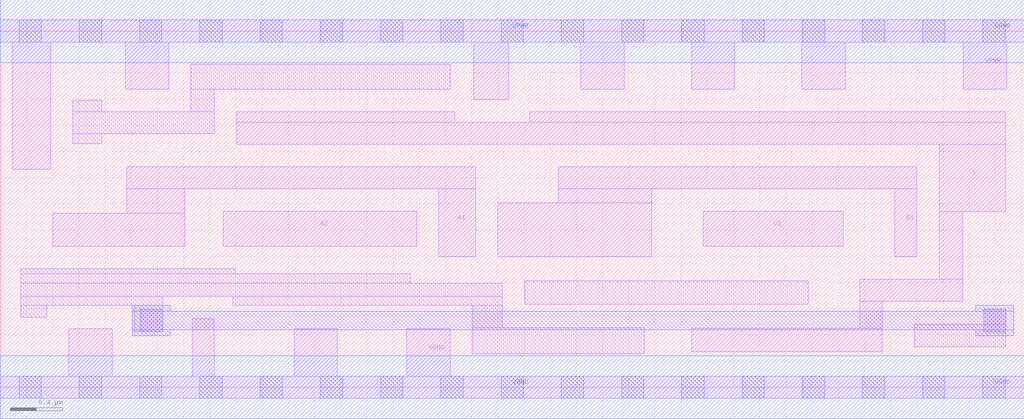
<source format=lef>
# Copyright 2020 The SkyWater PDK Authors
#
# Licensed under the Apache License, Version 2.0 (the "License");
# you may not use this file except in compliance with the License.
# You may obtain a copy of the License at
#
#     https://www.apache.org/licenses/LICENSE-2.0
#
# Unless required by applicable law or agreed to in writing, software
# distributed under the License is distributed on an "AS IS" BASIS,
# WITHOUT WARRANTIES OR CONDITIONS OF ANY KIND, either express or implied.
# See the License for the specific language governing permissions and
# limitations under the License.
#
# SPDX-License-Identifier: Apache-2.0

VERSION 5.7 ;
  NAMESCASESENSITIVE ON ;
  NOWIREEXTENSIONATPIN ON ;
  DIVIDERCHAR "/" ;
  BUSBITCHARS "[]" ;
UNITS
  DATABASE MICRONS 200 ;
END UNITS
MACRO sky130_fd_sc_hd__o211ai_4
  CLASS CORE ;
  SOURCE USER ;
  FOREIGN sky130_fd_sc_hd__o211ai_4 ;
  ORIGIN  0.000000  0.000000 ;
  SIZE  7.820000 BY  2.720000 ;
  SYMMETRY X Y R90 ;
  SITE unithd ;
  PIN A1
    ANTENNAGATEAREA  0.990000 ;
    DIRECTION INPUT ;
    USE SIGNAL ;
    PORT
      LAYER li1 ;
        RECT 0.400000 1.075000 1.410000 1.330000 ;
        RECT 0.965000 1.330000 1.410000 1.515000 ;
        RECT 0.965000 1.515000 3.630000 1.685000 ;
        RECT 3.350000 0.995000 3.630000 1.515000 ;
    END
  END A1
  PIN A2
    ANTENNAGATEAREA  0.990000 ;
    DIRECTION INPUT ;
    USE SIGNAL ;
    PORT
      LAYER li1 ;
        RECT 1.705000 1.075000 3.180000 1.345000 ;
    END
  END A2
  PIN B1
    ANTENNAGATEAREA  0.990000 ;
    DIRECTION INPUT ;
    USE SIGNAL ;
    PORT
      LAYER li1 ;
        RECT 3.800000 0.995000 4.975000 1.410000 ;
        RECT 4.260000 1.410000 4.975000 1.515000 ;
        RECT 4.260000 1.515000 7.000000 1.685000 ;
        RECT 6.830000 0.995000 7.000000 1.515000 ;
    END
  END B1
  PIN C1
    ANTENNAGATEAREA  0.990000 ;
    DIRECTION INPUT ;
    USE SIGNAL ;
    PORT
      LAYER li1 ;
        RECT 5.370000 1.075000 6.440000 1.345000 ;
    END
  END C1
  PIN Y
    ANTENNADIFFAREA  2.001000 ;
    DIRECTION OUTPUT ;
    USE SIGNAL ;
    PORT
      LAYER li1 ;
        RECT 1.805000 1.855000 7.680000 2.025000 ;
        RECT 1.805000 2.025000 3.470000 2.105000 ;
        RECT 4.045000 2.025000 7.680000 2.105000 ;
        RECT 5.280000 0.270000 6.735000 0.450000 ;
        RECT 6.565000 0.450000 6.735000 0.655000 ;
        RECT 6.565000 0.655000 7.350000 0.825000 ;
        RECT 7.170000 0.825000 7.350000 1.340000 ;
        RECT 7.170000 1.340000 7.680000 1.855000 ;
    END
  END Y
  PIN VGND
    DIRECTION INOUT ;
    SHAPE ABUTMENT ;
    USE GROUND ;
    PORT
      LAYER li1 ;
        RECT 0.000000 -0.085000 7.820000 0.085000 ;
        RECT 0.525000  0.085000 0.855000 0.445000 ;
        RECT 1.465000  0.085000 1.635000 0.525000 ;
        RECT 2.245000  0.085000 2.575000 0.445000 ;
        RECT 3.105000  0.085000 3.435000 0.445000 ;
      LAYER mcon ;
        RECT 0.145000 -0.085000 0.315000 0.085000 ;
        RECT 0.605000 -0.085000 0.775000 0.085000 ;
        RECT 1.065000 -0.085000 1.235000 0.085000 ;
        RECT 1.525000 -0.085000 1.695000 0.085000 ;
        RECT 1.985000 -0.085000 2.155000 0.085000 ;
        RECT 2.445000 -0.085000 2.615000 0.085000 ;
        RECT 2.905000 -0.085000 3.075000 0.085000 ;
        RECT 3.365000 -0.085000 3.535000 0.085000 ;
        RECT 3.825000 -0.085000 3.995000 0.085000 ;
        RECT 4.285000 -0.085000 4.455000 0.085000 ;
        RECT 4.745000 -0.085000 4.915000 0.085000 ;
        RECT 5.205000 -0.085000 5.375000 0.085000 ;
        RECT 5.665000 -0.085000 5.835000 0.085000 ;
        RECT 6.125000 -0.085000 6.295000 0.085000 ;
        RECT 6.585000 -0.085000 6.755000 0.085000 ;
        RECT 7.045000 -0.085000 7.215000 0.085000 ;
        RECT 7.505000 -0.085000 7.675000 0.085000 ;
      LAYER met1 ;
        RECT 0.000000 -0.240000 7.820000 0.240000 ;
    END
  END VGND
  PIN VPWR
    DIRECTION INOUT ;
    SHAPE ABUTMENT ;
    USE POWER ;
    PORT
      LAYER li1 ;
        RECT 0.000000 2.635000 7.820000 2.805000 ;
        RECT 0.090000 1.665000 0.385000 2.635000 ;
        RECT 0.955000 2.275000 1.285000 2.635000 ;
        RECT 3.615000 2.195000 3.885000 2.635000 ;
        RECT 4.435000 2.275000 4.765000 2.635000 ;
        RECT 5.280000 2.275000 5.610000 2.635000 ;
        RECT 6.120000 2.275000 6.455000 2.635000 ;
        RECT 7.355000 2.275000 7.685000 2.635000 ;
      LAYER mcon ;
        RECT 0.145000 2.635000 0.315000 2.805000 ;
        RECT 0.605000 2.635000 0.775000 2.805000 ;
        RECT 1.065000 2.635000 1.235000 2.805000 ;
        RECT 1.525000 2.635000 1.695000 2.805000 ;
        RECT 1.985000 2.635000 2.155000 2.805000 ;
        RECT 2.445000 2.635000 2.615000 2.805000 ;
        RECT 2.905000 2.635000 3.075000 2.805000 ;
        RECT 3.365000 2.635000 3.535000 2.805000 ;
        RECT 3.825000 2.635000 3.995000 2.805000 ;
        RECT 4.285000 2.635000 4.455000 2.805000 ;
        RECT 4.745000 2.635000 4.915000 2.805000 ;
        RECT 5.205000 2.635000 5.375000 2.805000 ;
        RECT 5.665000 2.635000 5.835000 2.805000 ;
        RECT 6.125000 2.635000 6.295000 2.805000 ;
        RECT 6.585000 2.635000 6.755000 2.805000 ;
        RECT 7.045000 2.635000 7.215000 2.805000 ;
        RECT 7.505000 2.635000 7.675000 2.805000 ;
      LAYER met1 ;
        RECT 0.000000 2.480000 7.820000 2.960000 ;
    END
  END VPWR
  OBS
    LAYER li1 ;
      RECT 0.155000 0.535000 0.355000 0.625000 ;
      RECT 0.155000 0.625000 1.240000 0.695000 ;
      RECT 0.155000 0.695000 3.835000 0.795000 ;
      RECT 0.155000 0.795000 3.130000 0.865000 ;
      RECT 0.155000 0.865000 1.795000 0.905000 ;
      RECT 0.555000 1.860000 0.775000 1.935000 ;
      RECT 0.555000 1.935000 1.635000 2.105000 ;
      RECT 0.555000 2.105000 0.775000 2.190000 ;
      RECT 1.025000 0.425000 1.240000 0.625000 ;
      RECT 1.455000 2.105000 1.635000 2.275000 ;
      RECT 1.455000 2.275000 3.435000 2.465000 ;
      RECT 1.775000 0.625000 3.835000 0.695000 ;
      RECT 3.605000 0.255000 4.920000 0.455000 ;
      RECT 3.605000 0.455000 3.835000 0.625000 ;
      RECT 4.005000 0.635000 6.170000 0.815000 ;
      RECT 6.980000 0.310000 7.680000 0.480000 ;
      RECT 7.510000 0.480000 7.680000 0.595000 ;
    LAYER mcon ;
      RECT 1.070000 0.425000 1.240000 0.595000 ;
      RECT 7.510000 0.425000 7.680000 0.595000 ;
    LAYER met1 ;
      RECT 1.010000 0.395000 1.300000 0.440000 ;
      RECT 1.010000 0.440000 7.740000 0.580000 ;
      RECT 1.010000 0.580000 1.300000 0.625000 ;
      RECT 7.450000 0.395000 7.740000 0.440000 ;
      RECT 7.450000 0.580000 7.740000 0.625000 ;
  END
END sky130_fd_sc_hd__o211ai_4

</source>
